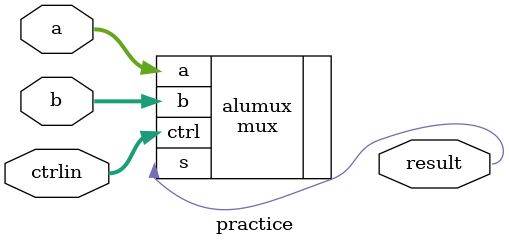
<source format=v>
`timescale 1ns / 1ps
module practice(
	input [31:0] a,b,ctrlin,
	output result
    );
	 
	 mux #('d32) alumux(
    .a(a),
    .b(b),
    .ctrl(ctrlin),
    .s(result)
);


endmodule

</source>
